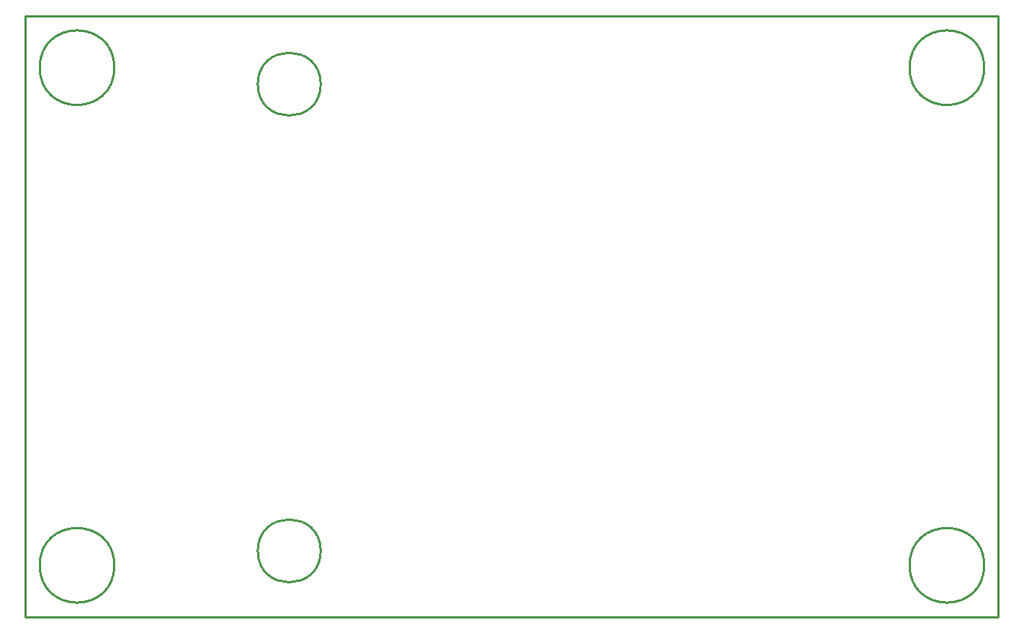
<source format=gko>
G04 Layer_Color=16711935*
%FSLAX25Y25*%
%MOIN*%
G70*
G01*
G75*
%ADD13C,0.01000*%
D13*
X38800Y22500D02*
G03*
X38800Y22500I-16300J0D01*
G01*
Y240000D02*
G03*
X38800Y240000I-16300J0D01*
G01*
X418800D02*
G03*
X418800Y240000I-16300J0D01*
G01*
Y22500D02*
G03*
X418800Y22500I-16300J0D01*
G01*
X128950Y232800D02*
G03*
X128950Y232800I-13750J0D01*
G01*
Y28800D02*
G03*
X128950Y28800I-13750J0D01*
G01*
X0Y0D02*
Y262500D01*
X425000D01*
Y0D02*
Y262500D01*
X0Y0D02*
X425000D01*
M02*

</source>
